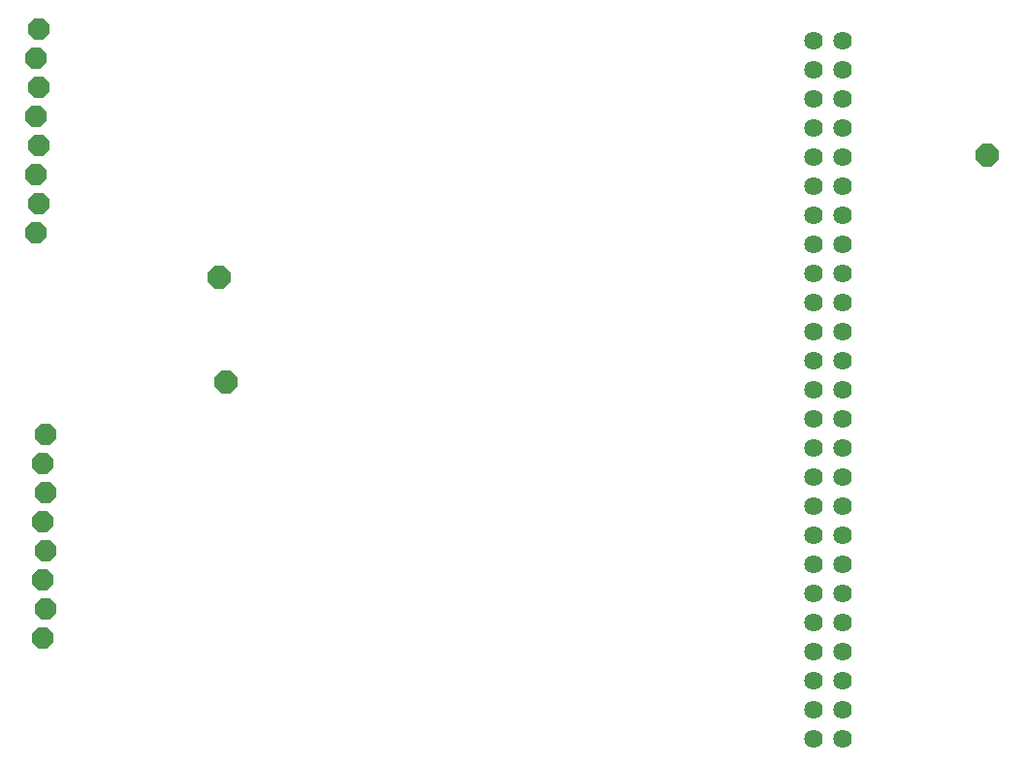
<source format=gbs>
G04 EAGLE Gerber RS-274X export*
G75*
%MOMM*%
%FSLAX34Y34*%
%LPD*%
%INSoldermask Bottom*%
%IPPOS*%
%AMOC8*
5,1,8,0,0,1.08239X$1,22.5*%
G01*
%ADD10C,1.625600*%
%ADD11P,2.034460X8X202.500000*%
%ADD12P,2.199416X8X22.500000*%


D10*
X787400Y838200D03*
X812800Y838200D03*
X787400Y812800D03*
X812800Y812800D03*
X787400Y787400D03*
X812800Y787400D03*
X787400Y762000D03*
X812800Y762000D03*
X787400Y736600D03*
X812800Y736600D03*
X787400Y711200D03*
X812800Y711200D03*
X787400Y685800D03*
X812800Y685800D03*
X787400Y660400D03*
X812800Y660400D03*
X787400Y635000D03*
X812800Y635000D03*
X787400Y609600D03*
X812800Y609600D03*
X787400Y584200D03*
X812800Y584200D03*
X787400Y558800D03*
X812800Y558800D03*
X787400Y533400D03*
X812800Y533400D03*
X787400Y508000D03*
X812800Y508000D03*
X787400Y482600D03*
X812800Y482600D03*
X787400Y457200D03*
X812800Y457200D03*
X787400Y431800D03*
X812800Y431800D03*
X787400Y406400D03*
X812800Y406400D03*
X787400Y381000D03*
X812800Y381000D03*
X787400Y355600D03*
X812800Y355600D03*
X787400Y330200D03*
X812800Y330200D03*
X787400Y304800D03*
X812800Y304800D03*
X787400Y279400D03*
X812800Y279400D03*
X787400Y254000D03*
X812800Y254000D03*
X787400Y228600D03*
X812800Y228600D03*
D11*
X108458Y670052D03*
X110998Y695452D03*
X108458Y720852D03*
X110998Y746252D03*
X108458Y771652D03*
X110998Y797052D03*
X108458Y822452D03*
X110998Y847852D03*
X114554Y316484D03*
X117094Y341884D03*
X114554Y367284D03*
X117094Y392684D03*
X114554Y418084D03*
X117094Y443484D03*
X114554Y468884D03*
X117094Y494284D03*
D12*
X938784Y737616D03*
X274320Y539496D03*
X268224Y630936D03*
M02*

</source>
